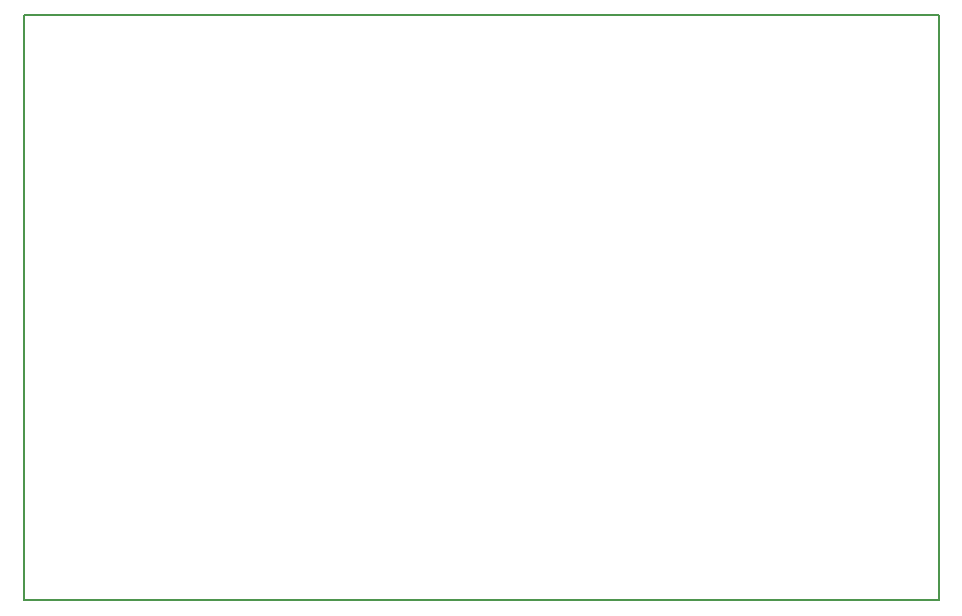
<source format=gbr>
G04 #@! TF.GenerationSoftware,KiCad,Pcbnew,(5.0.0)*
G04 #@! TF.CreationDate,2018-09-23T18:34:32-06:00*
G04 #@! TF.ProjectId,EByte_E73_tester,45427974655F4537335F746573746572,rev?*
G04 #@! TF.SameCoordinates,Original*
G04 #@! TF.FileFunction,Profile,NP*
%FSLAX46Y46*%
G04 Gerber Fmt 4.6, Leading zero omitted, Abs format (unit mm)*
G04 Created by KiCad (PCBNEW (5.0.0)) date 09/23/18 18:34:32*
%MOMM*%
%LPD*%
G01*
G04 APERTURE LIST*
%ADD10C,0.150000*%
G04 APERTURE END LIST*
D10*
X60960000Y-132080000D02*
X138430000Y-132080000D01*
X60960000Y-82550000D02*
X60960000Y-132080000D01*
X138430000Y-82550000D02*
X60960000Y-82550000D01*
X138430000Y-132080000D02*
X138430000Y-82550000D01*
M02*

</source>
